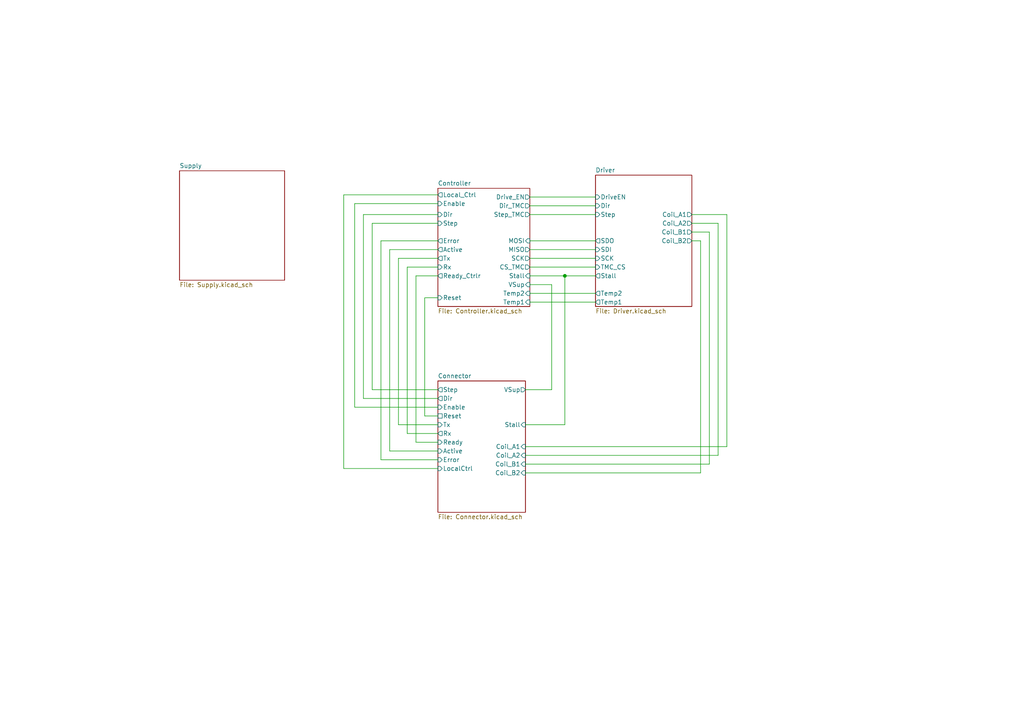
<source format=kicad_sch>
(kicad_sch (version 20211123) (generator eeschema)
  (paper "A4")
  (title_block (title "High Power Stepper Driver") (date "2019-12-19") (rev "1.0") (company "fordprfkt@googlemail.com") (comment 1 "Daniel Walter"))
  (lib_symbols)
  (junction (at 163.83 80.01))
  (wire (pts (xy 102.87 59.055) (xy 127 59.055)))
  (wire (pts (xy 115.57 123.19) (xy 115.57 74.93)))
  (wire (pts (xy 99.695 56.515) (xy 99.695 135.89)))
  (wire (pts (xy 152.4 132.08) (xy 208.28 132.08)))
  (wire (pts (xy 160.02 82.55) (xy 160.02 113.03)))
  (wire (pts (xy 210.82 62.23) (xy 200.66 62.23)))
  (wire (pts (xy 163.83 80.01) (xy 153.67 80.01)))
  (wire (pts (xy 113.03 130.81) (xy 113.03 72.39)))
  (wire (pts (xy 127 113.03) (xy 107.95 113.03)))
  (wire (pts (xy 110.49 133.35) (xy 127 133.35)))
  (wire (pts (xy 203.2 69.85) (xy 200.66 69.85)))
  (wire (pts (xy 127 120.65) (xy 123.19 120.65)))
  (wire (pts (xy 153.67 57.15) (xy 172.72 57.15)))
  (wire (pts (xy 105.41 62.23) (xy 127 62.23)))
  (wire (pts (xy 153.67 87.63) (xy 172.72 87.63)))
  (wire (pts (xy 127 69.85) (xy 110.49 69.85)))
  (wire (pts (xy 110.49 69.85) (xy 110.49 133.35)))
  (wire (pts (xy 123.19 86.36) (xy 127 86.36)))
  (wire (pts (xy 172.72 85.09) (xy 153.67 85.09)))
  (wire (pts (xy 118.11 125.73) (xy 118.11 77.47)))
  (wire (pts (xy 153.67 82.55) (xy 160.02 82.55)))
  (wire (pts (xy 105.41 115.57) (xy 105.41 62.23)))
  (wire (pts (xy 153.67 72.39) (xy 172.72 72.39)))
  (wire (pts (xy 172.72 80.01) (xy 163.83 80.01)))
  (wire (pts (xy 152.4 137.16) (xy 203.2 137.16)))
  (wire (pts (xy 127 125.73) (xy 118.11 125.73)))
  (wire (pts (xy 113.03 72.39) (xy 127 72.39)))
  (wire (pts (xy 208.28 64.77) (xy 200.66 64.77)))
  (wire (pts (xy 102.87 59.055) (xy 102.87 118.11)))
  (wire (pts (xy 120.65 80.01) (xy 127 80.01)))
  (wire (pts (xy 163.83 123.19) (xy 163.83 80.01)))
  (wire (pts (xy 127 56.515) (xy 99.695 56.515)))
  (wire (pts (xy 153.67 59.69) (xy 172.72 59.69)))
  (wire (pts (xy 205.74 134.62) (xy 205.74 67.31)))
  (wire (pts (xy 127 128.27) (xy 120.65 128.27)))
  (wire (pts (xy 208.28 132.08) (xy 208.28 64.77)))
  (wire (pts (xy 152.4 129.54) (xy 210.82 129.54)))
  (wire (pts (xy 203.2 137.16) (xy 203.2 69.85)))
  (wire (pts (xy 115.57 74.93) (xy 127 74.93)))
  (wire (pts (xy 172.72 77.47) (xy 153.67 77.47)))
  (wire (pts (xy 152.4 123.19) (xy 163.83 123.19)))
  (wire (pts (xy 153.67 74.93) (xy 172.72 74.93)))
  (wire (pts (xy 127 115.57) (xy 105.41 115.57)))
  (wire (pts (xy 127 130.81) (xy 113.03 130.81)))
  (wire (pts (xy 172.72 69.85) (xy 153.67 69.85)))
  (wire (pts (xy 205.74 67.31) (xy 200.66 67.31)))
  (wire (pts (xy 153.67 62.23) (xy 172.72 62.23)))
  (wire (pts (xy 123.19 120.65) (xy 123.19 86.36)))
  (wire (pts (xy 210.82 129.54) (xy 210.82 62.23)))
  (wire (pts (xy 120.65 128.27) (xy 120.65 80.01)))
  (wire (pts (xy 107.95 113.03) (xy 107.95 64.77)))
  (wire (pts (xy 160.02 113.03) (xy 152.4 113.03)))
  (wire (pts (xy 102.87 118.11) (xy 127 118.11)))
  (wire (pts (xy 152.4 134.62) (xy 205.74 134.62)))
  (wire (pts (xy 118.11 77.47) (xy 127 77.47)))
  (wire (pts (xy 127 123.19) (xy 115.57 123.19)))
  (wire (pts (xy 99.695 135.89) (xy 127 135.89)))
  (wire (pts (xy 107.95 64.77) (xy 127 64.77)))
  (sheet (at 52.07 49.53) (size 30.48 31.75)
    (property "Sheet name" "Supply" (at 52.07 48.8184 0) (effects (justify left bottom)))
    (property "Sheet file" "Supply.kicad_sch" (at 52.07 81.8646 0) (effects (justify left top)))
  )
  (sheet (at 127 54.61) (size 26.67 34.29)
    (property "Sheet name" "Controller" (at 127 53.8984 0) (effects (justify left bottom)))
    (property "Sheet file" "Controller.kicad_sch" (at 127 89.4846 0) (effects (justify left top)))
    (pin "Tx" output (at 127 74.93 180))
    (pin "Rx" input (at 127 77.47 180))
    (pin "Stall" input (at 153.67 80.01 0))
    (pin "MISO" output (at 153.67 72.39 0))
    (pin "SCK" output (at 153.67 74.93 0))
    (pin "CS_TMC" output (at 153.67 77.47 0))
    (pin "MOSI" input (at 153.67 69.85 0))
    (pin "Enable" input (at 127 59.055 180))
    (pin "Step" input (at 127 64.77 180))
    (pin "Dir" input (at 127 62.23 180))
    (pin "Ready_Ctrlr" output (at 127 80.01 180))
    (pin "Reset" input (at 127 86.36 180))
    (pin "Active" output (at 127 72.39 180))
    (pin "Error" output (at 127 69.85 180))
    (pin "Temp1" input (at 153.67 87.63 0))
    (pin "Temp2" input (at 153.67 85.09 0))
    (pin "Drive_EN" output (at 153.67 57.15 0))
    (pin "Dir_TMC" output (at 153.67 59.69 0))
    (pin "Step_TMC" output (at 153.67 62.23 0))
    (pin "VSup" input (at 153.67 82.55 0))
    (pin "Local_Ctrl" output (at 127 56.515 180))
  )
  (sheet (at 172.72 50.8) (size 27.94 38.1)
    (property "Sheet name" "Driver" (at 172.72 50.0884 0) (effects (justify left bottom)))
    (property "Sheet file" "Driver.kicad_sch" (at 172.72 89.4846 0) (effects (justify left top)))
    (pin "Dir" input (at 172.72 59.69 180))
    (pin "Step" input (at 172.72 62.23 180))
    (pin "DriveEN" input (at 172.72 57.15 180))
    (pin "SDI" input (at 172.72 72.39 180))
    (pin "SCK" input (at 172.72 74.93 180))
    (pin "TMC_CS" input (at 172.72 77.47 180))
    (pin "SDO" output (at 172.72 69.85 180))
    (pin "Stall" output (at 172.72 80.01 180))
    (pin "Coil_A1" output (at 200.66 62.23 0))
    (pin "Coil_A2" output (at 200.66 64.77 0))
    (pin "Coil_B1" output (at 200.66 67.31 0))
    (pin "Coil_B2" output (at 200.66 69.85 0))
    (pin "Temp2" output (at 172.72 85.09 180))
    (pin "Temp1" output (at 172.72 87.63 180))
  )
  (sheet (at 127 110.49) (size 25.4 38.1)
    (property "Sheet name" "Connector" (at 127 109.7784 0) (effects (justify left bottom)))
    (property "Sheet file" "Connector.kicad_sch" (at 127 149.1746 0) (effects (justify left top)))
    (pin "Stall" input (at 152.4 123.19 0))
    (pin "Step" output (at 127 113.03 180))
    (pin "Dir" output (at 127 115.57 180))
    (pin "Ready" input (at 127 128.27 180))
    (pin "Rx" output (at 127 125.73 180))
    (pin "Tx" input (at 127 123.19 180))
    (pin "Coil_A1" input (at 152.4 129.54 0))
    (pin "Coil_A2" input (at 152.4 132.08 0))
    (pin "Coil_B1" input (at 152.4 134.62 0))
    (pin "Coil_B2" input (at 152.4 137.16 0))
    (pin "Reset" passive (at 127 120.65 180))
    (pin "Enable" input (at 127 118.11 180))
    (pin "Error" input (at 127 133.35 180))
    (pin "Active" input (at 127 130.81 180))
    (pin "VSup" output (at 152.4 113.03 0))
    (pin "LocalCtrl" input (at 127 135.89 180))
  )
)
</source>
